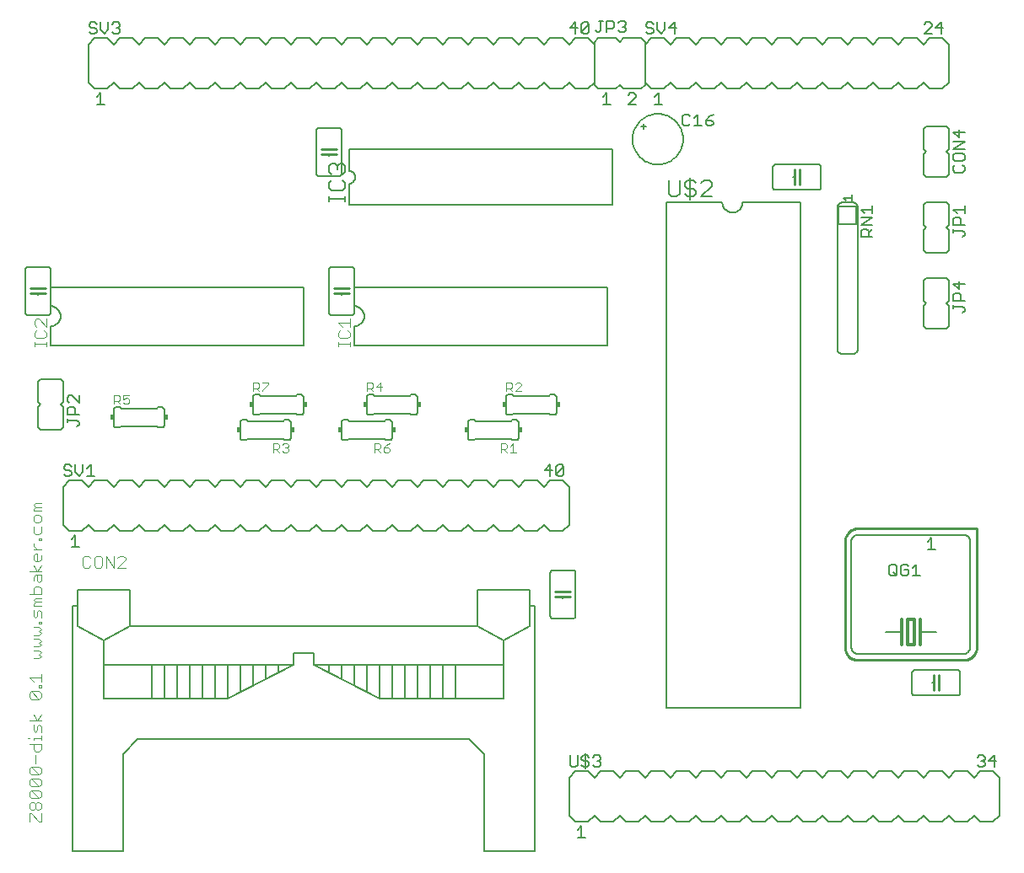
<source format=gto>
G75*
%MOIN*%
%OFA0B0*%
%FSLAX24Y24*%
%IPPOS*%
%LPD*%
%AMOC8*
5,1,8,0,0,1.08239X$1,22.5*
%
%ADD10C,0.0040*%
%ADD11C,0.0060*%
%ADD12C,0.0050*%
%ADD13C,0.0100*%
%ADD14C,0.0080*%
%ADD15R,0.0150X0.0200*%
%ADD16C,0.0120*%
%ADD17C,0.0070*%
D10*
X001350Y003700D02*
X001350Y004007D01*
X001426Y004007D01*
X001733Y003700D01*
X001810Y003700D01*
X001810Y004007D01*
X001733Y004160D02*
X001657Y004160D01*
X001580Y004237D01*
X001580Y004391D01*
X001657Y004467D01*
X001733Y004467D01*
X001810Y004391D01*
X001810Y004237D01*
X001733Y004160D01*
X001580Y004237D02*
X001503Y004160D01*
X001426Y004160D01*
X001350Y004237D01*
X001350Y004391D01*
X001426Y004467D01*
X001503Y004467D01*
X001580Y004391D01*
X001733Y004621D02*
X001426Y004621D01*
X001350Y004698D01*
X001350Y004851D01*
X001426Y004928D01*
X001733Y004621D01*
X001810Y004698D01*
X001810Y004851D01*
X001733Y004928D01*
X001426Y004928D01*
X001426Y005081D02*
X001350Y005158D01*
X001350Y005311D01*
X001426Y005388D01*
X001733Y005081D01*
X001810Y005158D01*
X001810Y005311D01*
X001733Y005388D01*
X001426Y005388D01*
X001426Y005542D02*
X001350Y005618D01*
X001350Y005772D01*
X001426Y005848D01*
X001733Y005542D01*
X001810Y005618D01*
X001810Y005772D01*
X001733Y005848D01*
X001426Y005848D01*
X001580Y006002D02*
X001580Y006309D01*
X001580Y006462D02*
X001503Y006539D01*
X001503Y006769D01*
X001350Y006769D02*
X001810Y006769D01*
X001810Y006539D01*
X001733Y006462D01*
X001580Y006462D01*
X001503Y006923D02*
X001503Y006999D01*
X001810Y006999D01*
X001810Y006923D02*
X001810Y007076D01*
X001810Y007230D02*
X001810Y007460D01*
X001733Y007537D01*
X001657Y007460D01*
X001657Y007306D01*
X001580Y007230D01*
X001503Y007306D01*
X001503Y007537D01*
X001350Y007690D02*
X001810Y007690D01*
X001657Y007690D02*
X001503Y007920D01*
X001657Y007690D02*
X001810Y007920D01*
X001733Y008534D02*
X001426Y008534D01*
X001350Y008611D01*
X001350Y008764D01*
X001426Y008841D01*
X001733Y008534D01*
X001810Y008611D01*
X001810Y008764D01*
X001733Y008841D01*
X001426Y008841D01*
X001733Y008995D02*
X001733Y009071D01*
X001810Y009071D01*
X001810Y008995D01*
X001733Y008995D01*
X001810Y009225D02*
X001810Y009532D01*
X001810Y009378D02*
X001350Y009378D01*
X001503Y009225D01*
X001503Y010145D02*
X001733Y010145D01*
X001810Y010222D01*
X001733Y010299D01*
X001810Y010376D01*
X001733Y010452D01*
X001503Y010452D01*
X001503Y010606D02*
X001733Y010606D01*
X001810Y010683D01*
X001733Y010759D01*
X001810Y010836D01*
X001733Y010913D01*
X001503Y010913D01*
X001503Y011066D02*
X001733Y011066D01*
X001810Y011143D01*
X001733Y011220D01*
X001810Y011296D01*
X001733Y011373D01*
X001503Y011373D01*
X001733Y011527D02*
X001733Y011603D01*
X001810Y011603D01*
X001810Y011527D01*
X001733Y011527D01*
X001810Y011757D02*
X001810Y011987D01*
X001733Y012064D01*
X001657Y011987D01*
X001657Y011834D01*
X001580Y011757D01*
X001503Y011834D01*
X001503Y012064D01*
X001503Y012217D02*
X001503Y012294D01*
X001580Y012371D01*
X001503Y012447D01*
X001580Y012524D01*
X001810Y012524D01*
X001810Y012371D02*
X001580Y012371D01*
X001503Y012217D02*
X001810Y012217D01*
X001810Y012678D02*
X001350Y012678D01*
X001503Y012678D02*
X001503Y012908D01*
X001580Y012985D01*
X001733Y012985D01*
X001810Y012908D01*
X001810Y012678D01*
X001733Y013138D02*
X001657Y013215D01*
X001657Y013445D01*
X001580Y013445D02*
X001810Y013445D01*
X001810Y013215D01*
X001733Y013138D01*
X001503Y013215D02*
X001503Y013368D01*
X001580Y013445D01*
X001657Y013598D02*
X001503Y013829D01*
X001580Y013982D02*
X001503Y014059D01*
X001503Y014212D01*
X001580Y014289D01*
X001657Y014289D01*
X001657Y013982D01*
X001733Y013982D02*
X001580Y013982D01*
X001733Y013982D02*
X001810Y014059D01*
X001810Y014212D01*
X001810Y014442D02*
X001503Y014442D01*
X001657Y014442D02*
X001503Y014596D01*
X001503Y014673D01*
X001733Y014826D02*
X001733Y014903D01*
X001810Y014903D01*
X001810Y014826D01*
X001733Y014826D01*
X001733Y015056D02*
X001580Y015056D01*
X001503Y015133D01*
X001503Y015363D01*
X001580Y015517D02*
X001733Y015517D01*
X001810Y015593D01*
X001810Y015747D01*
X001733Y015824D01*
X001580Y015824D01*
X001503Y015747D01*
X001503Y015593D01*
X001580Y015517D01*
X001810Y015363D02*
X001810Y015133D01*
X001733Y015056D01*
X001810Y015977D02*
X001503Y015977D01*
X001503Y016054D01*
X001580Y016131D01*
X001503Y016207D01*
X001580Y016284D01*
X001810Y016284D01*
X001810Y016131D02*
X001580Y016131D01*
X003527Y014198D02*
X003450Y014121D01*
X003450Y013814D01*
X003527Y013737D01*
X003680Y013737D01*
X003757Y013814D01*
X003910Y013814D02*
X003987Y013737D01*
X004141Y013737D01*
X004217Y013814D01*
X004217Y014121D01*
X004141Y014198D01*
X003987Y014198D01*
X003910Y014121D01*
X003910Y013814D01*
X003757Y014121D02*
X003680Y014198D01*
X003527Y014198D01*
X004371Y014198D02*
X004371Y013737D01*
X004678Y013737D02*
X004678Y014198D01*
X004831Y014121D02*
X004908Y014198D01*
X005061Y014198D01*
X005138Y014121D01*
X005138Y014044D01*
X004831Y013737D01*
X005138Y013737D01*
X004678Y013737D02*
X004371Y014198D01*
X001810Y013829D02*
X001657Y013598D01*
X001810Y013598D02*
X001350Y013598D01*
X001273Y006999D02*
X001350Y006999D01*
X001426Y005542D02*
X001733Y005542D01*
X001733Y005081D02*
X001426Y005081D01*
X010982Y018300D02*
X010982Y018650D01*
X011157Y018650D01*
X011215Y018592D01*
X011215Y018475D01*
X011157Y018417D01*
X010982Y018417D01*
X011099Y018417D02*
X011215Y018300D01*
X011341Y018358D02*
X011399Y018300D01*
X011516Y018300D01*
X011574Y018358D01*
X011574Y018417D01*
X011516Y018475D01*
X011458Y018475D01*
X011516Y018475D02*
X011574Y018534D01*
X011574Y018592D01*
X011516Y018650D01*
X011399Y018650D01*
X011341Y018592D01*
X010559Y020710D02*
X010559Y020768D01*
X010793Y021002D01*
X010793Y021060D01*
X010559Y021060D01*
X010434Y021002D02*
X010434Y020885D01*
X010375Y020827D01*
X010200Y020827D01*
X010317Y020827D02*
X010434Y020710D01*
X010200Y020710D02*
X010200Y021060D01*
X010375Y021060D01*
X010434Y021002D01*
X013550Y022500D02*
X013550Y022653D01*
X013550Y022577D02*
X014010Y022577D01*
X014010Y022653D02*
X014010Y022500D01*
X013933Y022807D02*
X013626Y022807D01*
X013550Y022884D01*
X013550Y023037D01*
X013626Y023114D01*
X013703Y023267D02*
X013550Y023421D01*
X014010Y023421D01*
X014010Y023574D02*
X014010Y023267D01*
X013933Y023114D02*
X014010Y023037D01*
X014010Y022884D01*
X013933Y022807D01*
X014700Y021060D02*
X014875Y021060D01*
X014934Y021002D01*
X014934Y020885D01*
X014875Y020827D01*
X014700Y020827D01*
X014817Y020827D02*
X014934Y020710D01*
X015059Y020885D02*
X015293Y020885D01*
X015234Y020710D02*
X015234Y021060D01*
X015059Y020885D01*
X014700Y020710D02*
X014700Y021060D01*
X014982Y018650D02*
X015157Y018650D01*
X015215Y018592D01*
X015215Y018475D01*
X015157Y018417D01*
X014982Y018417D01*
X015099Y018417D02*
X015215Y018300D01*
X015341Y018358D02*
X015399Y018300D01*
X015516Y018300D01*
X015574Y018358D01*
X015574Y018417D01*
X015516Y018475D01*
X015341Y018475D01*
X015341Y018358D01*
X015341Y018475D02*
X015458Y018592D01*
X015574Y018650D01*
X014982Y018650D02*
X014982Y018300D01*
X019982Y018300D02*
X019982Y018650D01*
X020157Y018650D01*
X020215Y018592D01*
X020215Y018475D01*
X020157Y018417D01*
X019982Y018417D01*
X020099Y018417D02*
X020215Y018300D01*
X020341Y018300D02*
X020574Y018300D01*
X020458Y018300D02*
X020458Y018650D01*
X020341Y018534D01*
X020434Y020710D02*
X020317Y020827D01*
X020375Y020827D02*
X020200Y020827D01*
X020200Y020710D02*
X020200Y021060D01*
X020375Y021060D01*
X020434Y021002D01*
X020434Y020885D01*
X020375Y020827D01*
X020559Y020710D02*
X020793Y020944D01*
X020793Y021002D01*
X020734Y021060D01*
X020617Y021060D01*
X020559Y021002D01*
X020559Y020710D02*
X020793Y020710D01*
X005293Y020560D02*
X005059Y020560D01*
X005059Y020385D01*
X005176Y020444D01*
X005234Y020444D01*
X005293Y020385D01*
X005293Y020268D01*
X005234Y020210D01*
X005117Y020210D01*
X005059Y020268D01*
X004934Y020210D02*
X004817Y020327D01*
X004875Y020327D02*
X004700Y020327D01*
X004700Y020210D02*
X004700Y020560D01*
X004875Y020560D01*
X004934Y020502D01*
X004934Y020385D01*
X004875Y020327D01*
X002010Y022500D02*
X002010Y022653D01*
X002010Y022577D02*
X001550Y022577D01*
X001550Y022653D02*
X001550Y022500D01*
X001626Y022807D02*
X001933Y022807D01*
X002010Y022884D01*
X002010Y023037D01*
X001933Y023114D01*
X002010Y023267D02*
X001703Y023574D01*
X001626Y023574D01*
X001550Y023498D01*
X001550Y023344D01*
X001626Y023267D01*
X001626Y023114D02*
X001550Y023037D01*
X001550Y022884D01*
X001626Y022807D01*
X002010Y023267D02*
X002010Y023574D01*
D11*
X002080Y023730D02*
X001280Y023730D01*
X001263Y023732D01*
X001246Y023736D01*
X001230Y023743D01*
X001216Y023753D01*
X001203Y023766D01*
X001193Y023780D01*
X001186Y023796D01*
X001182Y023813D01*
X001180Y023830D01*
X001180Y025530D01*
X001182Y025547D01*
X001186Y025564D01*
X001193Y025580D01*
X001203Y025594D01*
X001216Y025607D01*
X001230Y025617D01*
X001246Y025624D01*
X001263Y025628D01*
X001280Y025630D01*
X002080Y025630D01*
X002097Y025628D01*
X002114Y025624D01*
X002130Y025617D01*
X002144Y025607D01*
X002157Y025594D01*
X002167Y025580D01*
X002174Y025564D01*
X002178Y025547D01*
X002180Y025530D01*
X002180Y023830D01*
X002178Y023813D01*
X002174Y023796D01*
X002167Y023780D01*
X002157Y023766D01*
X002144Y023753D01*
X002130Y023743D01*
X002114Y023736D01*
X002097Y023732D01*
X002080Y023730D01*
X002180Y024080D02*
X002219Y024078D01*
X002258Y024072D01*
X002296Y024063D01*
X002333Y024050D01*
X002369Y024033D01*
X002402Y024013D01*
X002434Y023989D01*
X002463Y023963D01*
X002489Y023934D01*
X002513Y023902D01*
X002533Y023869D01*
X002550Y023833D01*
X002563Y023796D01*
X002572Y023758D01*
X002578Y023719D01*
X002580Y023680D01*
X002578Y023641D01*
X002572Y023602D01*
X002563Y023564D01*
X002550Y023527D01*
X002533Y023491D01*
X002513Y023458D01*
X002489Y023426D01*
X002463Y023397D01*
X002434Y023371D01*
X002402Y023347D01*
X002369Y023327D01*
X002333Y023310D01*
X002296Y023297D01*
X002258Y023288D01*
X002219Y023282D01*
X002180Y023280D01*
X002180Y022530D01*
X012180Y022530D01*
X012180Y024830D01*
X002180Y024830D01*
X002180Y024080D01*
X001680Y024530D02*
X001680Y024580D01*
X001680Y024780D02*
X001680Y024830D01*
X001780Y021180D02*
X001680Y021080D01*
X001680Y020280D01*
X001780Y020180D01*
X001680Y020080D01*
X001680Y019280D01*
X001780Y019180D01*
X002580Y019180D01*
X002680Y019280D01*
X002680Y020080D01*
X002580Y020180D01*
X002680Y020280D01*
X002680Y021080D01*
X002580Y021180D01*
X001780Y021180D01*
X004680Y019980D02*
X004680Y019380D01*
X004682Y019363D01*
X004686Y019346D01*
X004693Y019330D01*
X004703Y019316D01*
X004716Y019303D01*
X004730Y019293D01*
X004746Y019286D01*
X004763Y019282D01*
X004780Y019280D01*
X004930Y019280D01*
X004980Y019330D01*
X006380Y019330D01*
X006430Y019280D01*
X006580Y019280D01*
X006597Y019282D01*
X006614Y019286D01*
X006630Y019293D01*
X006644Y019303D01*
X006657Y019316D01*
X006667Y019330D01*
X006674Y019346D01*
X006678Y019363D01*
X006680Y019380D01*
X006680Y019980D01*
X006678Y019997D01*
X006674Y020014D01*
X006667Y020030D01*
X006657Y020044D01*
X006644Y020057D01*
X006630Y020067D01*
X006614Y020074D01*
X006597Y020078D01*
X006580Y020080D01*
X006430Y020080D01*
X006380Y020030D01*
X004980Y020030D01*
X004930Y020080D01*
X004780Y020080D01*
X004763Y020078D01*
X004746Y020074D01*
X004730Y020067D01*
X004716Y020057D01*
X004703Y020044D01*
X004693Y020030D01*
X004686Y020014D01*
X004682Y019997D01*
X004680Y019980D01*
X004430Y017180D02*
X003930Y017180D01*
X003680Y016930D01*
X003430Y017180D01*
X002930Y017180D01*
X002680Y016930D01*
X002680Y015430D01*
X002930Y015180D01*
X003430Y015180D01*
X003680Y015430D01*
X003930Y015180D01*
X004430Y015180D01*
X004680Y015430D01*
X004930Y015180D01*
X005430Y015180D01*
X005680Y015430D01*
X005930Y015180D01*
X006430Y015180D01*
X006680Y015430D01*
X006930Y015180D01*
X007430Y015180D01*
X007680Y015430D01*
X007930Y015180D01*
X008430Y015180D01*
X008680Y015430D01*
X008930Y015180D01*
X009430Y015180D01*
X009680Y015430D01*
X009930Y015180D01*
X010430Y015180D01*
X010680Y015430D01*
X010930Y015180D01*
X011430Y015180D01*
X011680Y015430D01*
X011930Y015180D01*
X012430Y015180D01*
X012680Y015430D01*
X012930Y015180D01*
X013430Y015180D01*
X013680Y015430D01*
X013930Y015180D01*
X014430Y015180D01*
X014680Y015430D01*
X014930Y015180D01*
X015430Y015180D01*
X015680Y015430D01*
X015930Y015180D01*
X016430Y015180D01*
X016680Y015430D01*
X016930Y015180D01*
X017430Y015180D01*
X017680Y015430D01*
X017930Y015180D01*
X018430Y015180D01*
X018680Y015430D01*
X018930Y015180D01*
X019430Y015180D01*
X019680Y015430D01*
X019930Y015180D01*
X020430Y015180D01*
X020680Y015430D01*
X020930Y015180D01*
X021430Y015180D01*
X021680Y015430D01*
X021930Y015180D01*
X022430Y015180D01*
X022680Y015430D01*
X022680Y016930D01*
X022430Y017180D01*
X021930Y017180D01*
X021680Y016930D01*
X021430Y017180D01*
X020930Y017180D01*
X020680Y016930D01*
X020430Y017180D01*
X019930Y017180D01*
X019680Y016930D01*
X019430Y017180D01*
X018930Y017180D01*
X018680Y016930D01*
X018430Y017180D01*
X017930Y017180D01*
X017680Y016930D01*
X017430Y017180D01*
X016930Y017180D01*
X016680Y016930D01*
X016430Y017180D01*
X015930Y017180D01*
X015680Y016930D01*
X015430Y017180D01*
X014930Y017180D01*
X014680Y016930D01*
X014430Y017180D01*
X013930Y017180D01*
X013680Y016930D01*
X013430Y017180D01*
X012930Y017180D01*
X012680Y016930D01*
X012430Y017180D01*
X011930Y017180D01*
X011680Y016930D01*
X011430Y017180D01*
X010930Y017180D01*
X010680Y016930D01*
X010430Y017180D01*
X009930Y017180D01*
X009680Y016930D01*
X009430Y017180D01*
X008930Y017180D01*
X008680Y016930D01*
X008430Y017180D01*
X007930Y017180D01*
X007680Y016930D01*
X007430Y017180D01*
X006930Y017180D01*
X006680Y016930D01*
X006430Y017180D01*
X005930Y017180D01*
X005680Y016930D01*
X005430Y017180D01*
X004930Y017180D01*
X004680Y016930D01*
X004430Y017180D01*
X009680Y018880D02*
X009680Y019480D01*
X009682Y019497D01*
X009686Y019514D01*
X009693Y019530D01*
X009703Y019544D01*
X009716Y019557D01*
X009730Y019567D01*
X009746Y019574D01*
X009763Y019578D01*
X009780Y019580D01*
X009930Y019580D01*
X009980Y019530D01*
X011380Y019530D01*
X011430Y019580D01*
X011580Y019580D01*
X011597Y019578D01*
X011614Y019574D01*
X011630Y019567D01*
X011644Y019557D01*
X011657Y019544D01*
X011667Y019530D01*
X011674Y019514D01*
X011678Y019497D01*
X011680Y019480D01*
X011680Y018880D01*
X011678Y018863D01*
X011674Y018846D01*
X011667Y018830D01*
X011657Y018816D01*
X011644Y018803D01*
X011630Y018793D01*
X011614Y018786D01*
X011597Y018782D01*
X011580Y018780D01*
X011430Y018780D01*
X011380Y018830D01*
X009980Y018830D01*
X009930Y018780D01*
X009780Y018780D01*
X009763Y018782D01*
X009746Y018786D01*
X009730Y018793D01*
X009716Y018803D01*
X009703Y018816D01*
X009693Y018830D01*
X009686Y018846D01*
X009682Y018863D01*
X009680Y018880D01*
X010280Y019780D02*
X010430Y019780D01*
X010480Y019830D01*
X011880Y019830D01*
X011930Y019780D01*
X012080Y019780D01*
X012097Y019782D01*
X012114Y019786D01*
X012130Y019793D01*
X012144Y019803D01*
X012157Y019816D01*
X012167Y019830D01*
X012174Y019846D01*
X012178Y019863D01*
X012180Y019880D01*
X012180Y020480D01*
X012178Y020497D01*
X012174Y020514D01*
X012167Y020530D01*
X012157Y020544D01*
X012144Y020557D01*
X012130Y020567D01*
X012114Y020574D01*
X012097Y020578D01*
X012080Y020580D01*
X011930Y020580D01*
X011880Y020530D01*
X010480Y020530D01*
X010430Y020580D01*
X010280Y020580D01*
X010263Y020578D01*
X010246Y020574D01*
X010230Y020567D01*
X010216Y020557D01*
X010203Y020544D01*
X010193Y020530D01*
X010186Y020514D01*
X010182Y020497D01*
X010180Y020480D01*
X010180Y019880D01*
X010182Y019863D01*
X010186Y019846D01*
X010193Y019830D01*
X010203Y019816D01*
X010216Y019803D01*
X010230Y019793D01*
X010246Y019786D01*
X010263Y019782D01*
X010280Y019780D01*
X013680Y019480D02*
X013680Y018880D01*
X013682Y018863D01*
X013686Y018846D01*
X013693Y018830D01*
X013703Y018816D01*
X013716Y018803D01*
X013730Y018793D01*
X013746Y018786D01*
X013763Y018782D01*
X013780Y018780D01*
X013930Y018780D01*
X013980Y018830D01*
X015380Y018830D01*
X015430Y018780D01*
X015580Y018780D01*
X015597Y018782D01*
X015614Y018786D01*
X015630Y018793D01*
X015644Y018803D01*
X015657Y018816D01*
X015667Y018830D01*
X015674Y018846D01*
X015678Y018863D01*
X015680Y018880D01*
X015680Y019480D01*
X015678Y019497D01*
X015674Y019514D01*
X015667Y019530D01*
X015657Y019544D01*
X015644Y019557D01*
X015630Y019567D01*
X015614Y019574D01*
X015597Y019578D01*
X015580Y019580D01*
X015430Y019580D01*
X015380Y019530D01*
X013980Y019530D01*
X013930Y019580D01*
X013780Y019580D01*
X013763Y019578D01*
X013746Y019574D01*
X013730Y019567D01*
X013716Y019557D01*
X013703Y019544D01*
X013693Y019530D01*
X013686Y019514D01*
X013682Y019497D01*
X013680Y019480D01*
X014680Y019880D02*
X014680Y020480D01*
X014682Y020497D01*
X014686Y020514D01*
X014693Y020530D01*
X014703Y020544D01*
X014716Y020557D01*
X014730Y020567D01*
X014746Y020574D01*
X014763Y020578D01*
X014780Y020580D01*
X014930Y020580D01*
X014980Y020530D01*
X016380Y020530D01*
X016430Y020580D01*
X016580Y020580D01*
X016597Y020578D01*
X016614Y020574D01*
X016630Y020567D01*
X016644Y020557D01*
X016657Y020544D01*
X016667Y020530D01*
X016674Y020514D01*
X016678Y020497D01*
X016680Y020480D01*
X016680Y019880D01*
X016678Y019863D01*
X016674Y019846D01*
X016667Y019830D01*
X016657Y019816D01*
X016644Y019803D01*
X016630Y019793D01*
X016614Y019786D01*
X016597Y019782D01*
X016580Y019780D01*
X016430Y019780D01*
X016380Y019830D01*
X014980Y019830D01*
X014930Y019780D01*
X014780Y019780D01*
X014763Y019782D01*
X014746Y019786D01*
X014730Y019793D01*
X014716Y019803D01*
X014703Y019816D01*
X014693Y019830D01*
X014686Y019846D01*
X014682Y019863D01*
X014680Y019880D01*
X014180Y022530D02*
X014180Y023280D01*
X014219Y023282D01*
X014258Y023288D01*
X014296Y023297D01*
X014333Y023310D01*
X014369Y023327D01*
X014402Y023347D01*
X014434Y023371D01*
X014463Y023397D01*
X014489Y023426D01*
X014513Y023458D01*
X014533Y023491D01*
X014550Y023527D01*
X014563Y023564D01*
X014572Y023602D01*
X014578Y023641D01*
X014580Y023680D01*
X014578Y023719D01*
X014572Y023758D01*
X014563Y023796D01*
X014550Y023833D01*
X014533Y023869D01*
X014513Y023902D01*
X014489Y023934D01*
X014463Y023963D01*
X014434Y023989D01*
X014402Y024013D01*
X014369Y024033D01*
X014333Y024050D01*
X014296Y024063D01*
X014258Y024072D01*
X014219Y024078D01*
X014180Y024080D01*
X014180Y024830D01*
X024180Y024830D01*
X024180Y022530D01*
X014180Y022530D01*
X014080Y023730D02*
X013280Y023730D01*
X013263Y023732D01*
X013246Y023736D01*
X013230Y023743D01*
X013216Y023753D01*
X013203Y023766D01*
X013193Y023780D01*
X013186Y023796D01*
X013182Y023813D01*
X013180Y023830D01*
X013180Y025530D01*
X013182Y025547D01*
X013186Y025564D01*
X013193Y025580D01*
X013203Y025594D01*
X013216Y025607D01*
X013230Y025617D01*
X013246Y025624D01*
X013263Y025628D01*
X013280Y025630D01*
X014080Y025630D01*
X014097Y025628D01*
X014114Y025624D01*
X014130Y025617D01*
X014144Y025607D01*
X014157Y025594D01*
X014167Y025580D01*
X014174Y025564D01*
X014178Y025547D01*
X014180Y025530D01*
X014180Y023830D01*
X014178Y023813D01*
X014174Y023796D01*
X014167Y023780D01*
X014157Y023766D01*
X014144Y023753D01*
X014130Y023743D01*
X014114Y023736D01*
X014097Y023732D01*
X014080Y023730D01*
X013680Y024530D02*
X013680Y024580D01*
X013680Y024780D02*
X013680Y024830D01*
X013980Y028080D02*
X024380Y028080D01*
X024380Y030280D01*
X013980Y030280D01*
X013980Y029430D01*
X014010Y029428D01*
X014040Y029423D01*
X014069Y029414D01*
X014096Y029401D01*
X014122Y029386D01*
X014146Y029367D01*
X014167Y029346D01*
X014186Y029322D01*
X014201Y029296D01*
X014214Y029269D01*
X014223Y029240D01*
X014228Y029210D01*
X014230Y029180D01*
X014228Y029150D01*
X014223Y029120D01*
X014214Y029091D01*
X014201Y029064D01*
X014186Y029038D01*
X014167Y029014D01*
X014146Y028993D01*
X014122Y028974D01*
X014096Y028959D01*
X014069Y028946D01*
X014040Y028937D01*
X014010Y028932D01*
X013980Y028930D01*
X013980Y028080D01*
X013580Y029230D02*
X012780Y029230D01*
X012763Y029232D01*
X012746Y029236D01*
X012730Y029243D01*
X012716Y029253D01*
X012703Y029266D01*
X012693Y029280D01*
X012686Y029296D01*
X012682Y029313D01*
X012680Y029330D01*
X012680Y031030D01*
X012682Y031047D01*
X012686Y031064D01*
X012693Y031080D01*
X012703Y031094D01*
X012716Y031107D01*
X012730Y031117D01*
X012746Y031124D01*
X012763Y031128D01*
X012780Y031130D01*
X013580Y031130D01*
X013597Y031128D01*
X013614Y031124D01*
X013630Y031117D01*
X013644Y031107D01*
X013657Y031094D01*
X013667Y031080D01*
X013674Y031064D01*
X013678Y031047D01*
X013680Y031030D01*
X013680Y029330D01*
X013678Y029313D01*
X013674Y029296D01*
X013667Y029280D01*
X013657Y029266D01*
X013644Y029253D01*
X013630Y029243D01*
X013614Y029236D01*
X013597Y029232D01*
X013580Y029230D01*
X013180Y030030D02*
X013180Y030080D01*
X013180Y030280D02*
X013180Y030330D01*
X012930Y032680D02*
X012680Y032930D01*
X012430Y032680D01*
X011930Y032680D01*
X011680Y032930D01*
X011430Y032680D01*
X010930Y032680D01*
X010680Y032930D01*
X010430Y032680D01*
X009930Y032680D01*
X009680Y032930D01*
X009430Y032680D01*
X008930Y032680D01*
X008680Y032930D01*
X008430Y032680D01*
X007930Y032680D01*
X007680Y032930D01*
X007430Y032680D01*
X006930Y032680D01*
X006680Y032930D01*
X006430Y032680D01*
X005930Y032680D01*
X005680Y032930D01*
X005430Y032680D01*
X004930Y032680D01*
X004680Y032930D01*
X004430Y032680D01*
X003930Y032680D01*
X003680Y032930D01*
X003680Y034430D01*
X003930Y034680D01*
X004430Y034680D01*
X004680Y034430D01*
X004930Y034680D01*
X005430Y034680D01*
X005680Y034430D01*
X005930Y034680D01*
X006430Y034680D01*
X006680Y034430D01*
X006930Y034680D01*
X007430Y034680D01*
X007680Y034430D01*
X007930Y034680D01*
X008430Y034680D01*
X008680Y034430D01*
X008930Y034680D01*
X009430Y034680D01*
X009680Y034430D01*
X009930Y034680D01*
X010430Y034680D01*
X010680Y034430D01*
X010930Y034680D01*
X011430Y034680D01*
X011680Y034430D01*
X011930Y034680D01*
X012430Y034680D01*
X012680Y034430D01*
X012930Y034680D01*
X013430Y034680D01*
X013680Y034430D01*
X013930Y034680D01*
X014430Y034680D01*
X014680Y034430D01*
X014930Y034680D01*
X015430Y034680D01*
X015680Y034430D01*
X015930Y034680D01*
X016430Y034680D01*
X016680Y034430D01*
X016930Y034680D01*
X017430Y034680D01*
X017680Y034430D01*
X017930Y034680D01*
X018430Y034680D01*
X018680Y034430D01*
X018930Y034680D01*
X019430Y034680D01*
X019680Y034430D01*
X019930Y034680D01*
X020430Y034680D01*
X020680Y034430D01*
X020930Y034680D01*
X021430Y034680D01*
X021680Y034430D01*
X021930Y034680D01*
X022430Y034680D01*
X022680Y034430D01*
X022930Y034680D01*
X023430Y034680D01*
X023680Y034430D01*
X023680Y032930D01*
X023430Y032680D01*
X022930Y032680D01*
X022680Y032930D01*
X022430Y032680D01*
X021930Y032680D01*
X021680Y032930D01*
X021430Y032680D01*
X020930Y032680D01*
X020680Y032930D01*
X020430Y032680D01*
X019930Y032680D01*
X019680Y032930D01*
X019430Y032680D01*
X018930Y032680D01*
X018680Y032930D01*
X018430Y032680D01*
X017930Y032680D01*
X017680Y032930D01*
X017430Y032680D01*
X016930Y032680D01*
X016680Y032930D01*
X016430Y032680D01*
X015930Y032680D01*
X015680Y032930D01*
X015430Y032680D01*
X014930Y032680D01*
X014680Y032930D01*
X014430Y032680D01*
X013930Y032680D01*
X013680Y032930D01*
X013430Y032680D01*
X012930Y032680D01*
X023680Y032830D02*
X023830Y032680D01*
X024530Y032680D01*
X024680Y032830D01*
X024830Y032680D01*
X025530Y032680D01*
X025680Y032830D01*
X025680Y034530D01*
X025530Y034680D01*
X024830Y034680D01*
X024680Y034530D01*
X024530Y034680D01*
X023830Y034680D01*
X023680Y034530D01*
X023680Y032830D01*
X025630Y031280D02*
X025630Y031180D01*
X025730Y031180D01*
X025630Y031180D02*
X025630Y031080D01*
X025630Y031180D02*
X025530Y031180D01*
X025180Y030680D02*
X025182Y030743D01*
X025188Y030805D01*
X025198Y030867D01*
X025211Y030929D01*
X025229Y030989D01*
X025250Y031048D01*
X025275Y031106D01*
X025304Y031162D01*
X025336Y031216D01*
X025371Y031268D01*
X025409Y031317D01*
X025451Y031365D01*
X025495Y031409D01*
X025543Y031451D01*
X025592Y031489D01*
X025644Y031524D01*
X025698Y031556D01*
X025754Y031585D01*
X025812Y031610D01*
X025871Y031631D01*
X025931Y031649D01*
X025993Y031662D01*
X026055Y031672D01*
X026117Y031678D01*
X026180Y031680D01*
X026243Y031678D01*
X026305Y031672D01*
X026367Y031662D01*
X026429Y031649D01*
X026489Y031631D01*
X026548Y031610D01*
X026606Y031585D01*
X026662Y031556D01*
X026716Y031524D01*
X026768Y031489D01*
X026817Y031451D01*
X026865Y031409D01*
X026909Y031365D01*
X026951Y031317D01*
X026989Y031268D01*
X027024Y031216D01*
X027056Y031162D01*
X027085Y031106D01*
X027110Y031048D01*
X027131Y030989D01*
X027149Y030929D01*
X027162Y030867D01*
X027172Y030805D01*
X027178Y030743D01*
X027180Y030680D01*
X027178Y030617D01*
X027172Y030555D01*
X027162Y030493D01*
X027149Y030431D01*
X027131Y030371D01*
X027110Y030312D01*
X027085Y030254D01*
X027056Y030198D01*
X027024Y030144D01*
X026989Y030092D01*
X026951Y030043D01*
X026909Y029995D01*
X026865Y029951D01*
X026817Y029909D01*
X026768Y029871D01*
X026716Y029836D01*
X026662Y029804D01*
X026606Y029775D01*
X026548Y029750D01*
X026489Y029729D01*
X026429Y029711D01*
X026367Y029698D01*
X026305Y029688D01*
X026243Y029682D01*
X026180Y029680D01*
X026117Y029682D01*
X026055Y029688D01*
X025993Y029698D01*
X025931Y029711D01*
X025871Y029729D01*
X025812Y029750D01*
X025754Y029775D01*
X025698Y029804D01*
X025644Y029836D01*
X025592Y029871D01*
X025543Y029909D01*
X025495Y029951D01*
X025451Y029995D01*
X025409Y030043D01*
X025371Y030092D01*
X025336Y030144D01*
X025304Y030198D01*
X025275Y030254D01*
X025250Y030312D01*
X025229Y030371D01*
X025211Y030431D01*
X025198Y030493D01*
X025188Y030555D01*
X025182Y030617D01*
X025180Y030680D01*
X025930Y032680D02*
X026430Y032680D01*
X026680Y032930D01*
X026930Y032680D01*
X027430Y032680D01*
X027680Y032930D01*
X027930Y032680D01*
X028430Y032680D01*
X028680Y032930D01*
X028930Y032680D01*
X029430Y032680D01*
X029680Y032930D01*
X029930Y032680D01*
X030430Y032680D01*
X030680Y032930D01*
X030930Y032680D01*
X031430Y032680D01*
X031680Y032930D01*
X031930Y032680D01*
X032430Y032680D01*
X032680Y032930D01*
X032930Y032680D01*
X033430Y032680D01*
X033680Y032930D01*
X033930Y032680D01*
X034430Y032680D01*
X034680Y032930D01*
X034930Y032680D01*
X035430Y032680D01*
X035680Y032930D01*
X035930Y032680D01*
X036430Y032680D01*
X036680Y032930D01*
X036930Y032680D01*
X037430Y032680D01*
X037680Y032930D01*
X037680Y034430D01*
X037430Y034680D01*
X036930Y034680D01*
X036680Y034430D01*
X036430Y034680D01*
X035930Y034680D01*
X035680Y034430D01*
X035430Y034680D01*
X034930Y034680D01*
X034680Y034430D01*
X034430Y034680D01*
X033930Y034680D01*
X033680Y034430D01*
X033430Y034680D01*
X032930Y034680D01*
X032680Y034430D01*
X032430Y034680D01*
X031930Y034680D01*
X031680Y034430D01*
X031430Y034680D01*
X030930Y034680D01*
X030680Y034430D01*
X030430Y034680D01*
X029930Y034680D01*
X029680Y034430D01*
X029430Y034680D01*
X028930Y034680D01*
X028680Y034430D01*
X028430Y034680D01*
X027930Y034680D01*
X027680Y034430D01*
X027430Y034680D01*
X026930Y034680D01*
X026680Y034430D01*
X026430Y034680D01*
X025930Y034680D01*
X025680Y034430D01*
X025680Y032930D01*
X025930Y032680D01*
X027468Y029157D02*
X027468Y028303D01*
X027361Y028410D02*
X027255Y028517D01*
X027361Y028410D02*
X027575Y028410D01*
X027682Y028517D01*
X027682Y028624D01*
X027575Y028730D01*
X027361Y028730D01*
X027255Y028837D01*
X027255Y028944D01*
X027361Y029051D01*
X027575Y029051D01*
X027682Y028944D01*
X027899Y028944D02*
X028006Y029051D01*
X028219Y029051D01*
X028326Y028944D01*
X028326Y028837D01*
X027899Y028410D01*
X028326Y028410D01*
X028730Y028180D02*
X026530Y028180D01*
X026530Y008180D01*
X031830Y008180D01*
X031830Y028180D01*
X029530Y028180D01*
X029528Y028141D01*
X029522Y028102D01*
X029513Y028064D01*
X029500Y028027D01*
X029483Y027991D01*
X029463Y027958D01*
X029439Y027926D01*
X029413Y027897D01*
X029384Y027871D01*
X029352Y027847D01*
X029319Y027827D01*
X029283Y027810D01*
X029246Y027797D01*
X029208Y027788D01*
X029169Y027782D01*
X029130Y027780D01*
X029091Y027782D01*
X029052Y027788D01*
X029014Y027797D01*
X028977Y027810D01*
X028941Y027827D01*
X028908Y027847D01*
X028876Y027871D01*
X028847Y027897D01*
X028821Y027926D01*
X028797Y027958D01*
X028777Y027991D01*
X028760Y028027D01*
X028747Y028064D01*
X028738Y028102D01*
X028732Y028141D01*
X028730Y028180D01*
X027037Y028517D02*
X027037Y029051D01*
X026610Y029051D02*
X026610Y028517D01*
X026717Y028410D01*
X026930Y028410D01*
X027037Y028517D01*
X030730Y028780D02*
X030730Y029580D01*
X030732Y029597D01*
X030736Y029614D01*
X030743Y029630D01*
X030753Y029644D01*
X030766Y029657D01*
X030780Y029667D01*
X030796Y029674D01*
X030813Y029678D01*
X030830Y029680D01*
X032530Y029680D01*
X032547Y029678D01*
X032564Y029674D01*
X032580Y029667D01*
X032594Y029657D01*
X032607Y029644D01*
X032617Y029630D01*
X032624Y029614D01*
X032628Y029597D01*
X032630Y029580D01*
X032630Y028780D01*
X032628Y028763D01*
X032624Y028746D01*
X032617Y028730D01*
X032607Y028716D01*
X032594Y028703D01*
X032580Y028693D01*
X032564Y028686D01*
X032547Y028682D01*
X032530Y028680D01*
X030830Y028680D01*
X030813Y028682D01*
X030796Y028686D01*
X030780Y028693D01*
X030766Y028703D01*
X030753Y028716D01*
X030743Y028730D01*
X030736Y028746D01*
X030732Y028763D01*
X030730Y028780D01*
X031530Y029180D02*
X031580Y029180D01*
X031780Y029180D02*
X031830Y029180D01*
X033280Y027980D02*
X033280Y022380D01*
X033282Y022354D01*
X033287Y022328D01*
X033295Y022303D01*
X033307Y022280D01*
X033321Y022258D01*
X033339Y022239D01*
X033358Y022221D01*
X033380Y022207D01*
X033403Y022195D01*
X033428Y022187D01*
X033454Y022182D01*
X033480Y022180D01*
X033880Y022180D01*
X033906Y022182D01*
X033932Y022187D01*
X033957Y022195D01*
X033980Y022207D01*
X034002Y022221D01*
X034021Y022239D01*
X034039Y022258D01*
X034053Y022280D01*
X034065Y022303D01*
X034073Y022328D01*
X034078Y022354D01*
X034080Y022380D01*
X034080Y027980D01*
X034030Y028030D02*
X034030Y027330D01*
X033330Y027330D01*
X033330Y028030D01*
X034030Y028030D01*
X034080Y027980D02*
X034078Y028006D01*
X034073Y028032D01*
X034065Y028057D01*
X034053Y028080D01*
X034039Y028102D01*
X034021Y028121D01*
X034002Y028139D01*
X033980Y028153D01*
X033957Y028165D01*
X033932Y028173D01*
X033906Y028178D01*
X033880Y028180D01*
X033480Y028180D01*
X033454Y028178D01*
X033428Y028173D01*
X033403Y028165D01*
X033380Y028153D01*
X033358Y028139D01*
X033339Y028121D01*
X033321Y028102D01*
X033307Y028080D01*
X033295Y028057D01*
X033287Y028032D01*
X033282Y028006D01*
X033280Y027980D01*
X036680Y028080D02*
X036680Y027280D01*
X036780Y027180D01*
X036680Y027080D01*
X036680Y026280D01*
X036780Y026180D01*
X037580Y026180D01*
X037680Y026280D01*
X037680Y027080D01*
X037580Y027180D01*
X037680Y027280D01*
X037680Y028080D01*
X037580Y028180D01*
X036780Y028180D01*
X036680Y028080D01*
X036780Y029180D02*
X037580Y029180D01*
X037680Y029280D01*
X037680Y030080D01*
X037580Y030180D01*
X037680Y030280D01*
X037680Y031080D01*
X037580Y031180D01*
X036780Y031180D01*
X036680Y031080D01*
X036680Y030280D01*
X036780Y030180D01*
X036680Y030080D01*
X036680Y029280D01*
X036780Y029180D01*
X036780Y025180D02*
X037580Y025180D01*
X037680Y025080D01*
X037680Y024280D01*
X037580Y024180D01*
X037680Y024080D01*
X037680Y023280D01*
X037580Y023180D01*
X036780Y023180D01*
X036680Y023280D01*
X036680Y024080D01*
X036780Y024180D01*
X036680Y024280D01*
X036680Y025080D01*
X036780Y025180D01*
X038280Y015030D02*
X034080Y015030D01*
X034050Y015028D01*
X034020Y015023D01*
X033991Y015014D01*
X033964Y015001D01*
X033938Y014986D01*
X033914Y014967D01*
X033893Y014946D01*
X033874Y014922D01*
X033859Y014896D01*
X033846Y014869D01*
X033837Y014840D01*
X033832Y014810D01*
X033830Y014780D01*
X033830Y010580D01*
X033832Y010550D01*
X033837Y010520D01*
X033846Y010491D01*
X033859Y010464D01*
X033874Y010438D01*
X033893Y010414D01*
X033914Y010393D01*
X033938Y010374D01*
X033964Y010359D01*
X033991Y010346D01*
X034020Y010337D01*
X034050Y010332D01*
X034080Y010330D01*
X038280Y010330D01*
X038310Y010332D01*
X038340Y010337D01*
X038369Y010346D01*
X038396Y010359D01*
X038422Y010374D01*
X038446Y010393D01*
X038467Y010414D01*
X038486Y010438D01*
X038501Y010464D01*
X038514Y010491D01*
X038523Y010520D01*
X038528Y010550D01*
X038530Y010580D01*
X038530Y014780D01*
X038528Y014810D01*
X038523Y014840D01*
X038514Y014869D01*
X038501Y014896D01*
X038486Y014922D01*
X038467Y014946D01*
X038446Y014967D01*
X038422Y014986D01*
X038396Y015001D01*
X038369Y015014D01*
X038340Y015023D01*
X038310Y015028D01*
X038280Y015030D01*
X037180Y011180D02*
X036550Y011180D01*
X035810Y011180D02*
X035180Y011180D01*
X036330Y009680D02*
X038030Y009680D01*
X038047Y009678D01*
X038064Y009674D01*
X038080Y009667D01*
X038094Y009657D01*
X038107Y009644D01*
X038117Y009630D01*
X038124Y009614D01*
X038128Y009597D01*
X038130Y009580D01*
X038130Y008780D01*
X038128Y008763D01*
X038124Y008746D01*
X038117Y008730D01*
X038107Y008716D01*
X038094Y008703D01*
X038080Y008693D01*
X038064Y008686D01*
X038047Y008682D01*
X038030Y008680D01*
X036330Y008680D01*
X036313Y008682D01*
X036296Y008686D01*
X036280Y008693D01*
X036266Y008703D01*
X036253Y008716D01*
X036243Y008730D01*
X036236Y008746D01*
X036232Y008763D01*
X036230Y008780D01*
X036230Y009580D01*
X036232Y009597D01*
X036236Y009614D01*
X036243Y009630D01*
X036253Y009644D01*
X036266Y009657D01*
X036280Y009667D01*
X036296Y009674D01*
X036313Y009678D01*
X036330Y009680D01*
X037030Y009180D02*
X037080Y009180D01*
X037280Y009180D02*
X037330Y009180D01*
X037430Y005680D02*
X036930Y005680D01*
X036680Y005430D01*
X036430Y005680D01*
X035930Y005680D01*
X035680Y005430D01*
X035430Y005680D01*
X034930Y005680D01*
X034680Y005430D01*
X034430Y005680D01*
X033930Y005680D01*
X033680Y005430D01*
X033430Y005680D01*
X032930Y005680D01*
X032680Y005430D01*
X032430Y005680D01*
X031930Y005680D01*
X031680Y005430D01*
X031430Y005680D01*
X030930Y005680D01*
X030680Y005430D01*
X030430Y005680D01*
X029930Y005680D01*
X029680Y005430D01*
X029430Y005680D01*
X028930Y005680D01*
X028680Y005430D01*
X028430Y005680D01*
X027930Y005680D01*
X027680Y005430D01*
X027430Y005680D01*
X026930Y005680D01*
X026680Y005430D01*
X026430Y005680D01*
X025930Y005680D01*
X025680Y005430D01*
X025430Y005680D01*
X024930Y005680D01*
X024680Y005430D01*
X024430Y005680D01*
X023930Y005680D01*
X023680Y005430D01*
X023430Y005680D01*
X022930Y005680D01*
X022680Y005430D01*
X022680Y003930D01*
X022930Y003680D01*
X023430Y003680D01*
X023680Y003930D01*
X023930Y003680D01*
X024430Y003680D01*
X024680Y003930D01*
X024930Y003680D01*
X025430Y003680D01*
X025680Y003930D01*
X025930Y003680D01*
X026430Y003680D01*
X026680Y003930D01*
X026930Y003680D01*
X027430Y003680D01*
X027680Y003930D01*
X027930Y003680D01*
X028430Y003680D01*
X028680Y003930D01*
X028930Y003680D01*
X029430Y003680D01*
X029680Y003930D01*
X029930Y003680D01*
X030430Y003680D01*
X030680Y003930D01*
X030930Y003680D01*
X031430Y003680D01*
X031680Y003930D01*
X031930Y003680D01*
X032430Y003680D01*
X032680Y003930D01*
X032930Y003680D01*
X033430Y003680D01*
X033680Y003930D01*
X033930Y003680D01*
X034430Y003680D01*
X034680Y003930D01*
X034930Y003680D01*
X035430Y003680D01*
X035680Y003930D01*
X035930Y003680D01*
X036430Y003680D01*
X036680Y003930D01*
X036930Y003680D01*
X037430Y003680D01*
X037680Y003930D01*
X037930Y003680D01*
X038430Y003680D01*
X038680Y003930D01*
X038930Y003680D01*
X039430Y003680D01*
X039680Y003930D01*
X039680Y005430D01*
X039430Y005680D01*
X038930Y005680D01*
X038680Y005430D01*
X038430Y005680D01*
X037930Y005680D01*
X037680Y005430D01*
X037430Y005680D01*
X022930Y011830D02*
X022930Y013530D01*
X022928Y013547D01*
X022924Y013564D01*
X022917Y013580D01*
X022907Y013594D01*
X022894Y013607D01*
X022880Y013617D01*
X022864Y013624D01*
X022847Y013628D01*
X022830Y013630D01*
X022030Y013630D01*
X022013Y013628D01*
X021996Y013624D01*
X021980Y013617D01*
X021966Y013607D01*
X021953Y013594D01*
X021943Y013580D01*
X021936Y013564D01*
X021932Y013547D01*
X021930Y013530D01*
X021930Y011830D01*
X021932Y011813D01*
X021936Y011796D01*
X021943Y011780D01*
X021953Y011766D01*
X021966Y011753D01*
X021980Y011743D01*
X021996Y011736D01*
X022013Y011732D01*
X022030Y011730D01*
X022830Y011730D01*
X022847Y011732D01*
X022864Y011736D01*
X022880Y011743D01*
X022894Y011753D01*
X022907Y011766D01*
X022917Y011780D01*
X022924Y011796D01*
X022928Y011813D01*
X022930Y011830D01*
X022430Y012530D02*
X022430Y012580D01*
X022430Y012780D02*
X022430Y012830D01*
X020580Y018780D02*
X020430Y018780D01*
X020380Y018830D01*
X018980Y018830D01*
X018930Y018780D01*
X018780Y018780D01*
X018763Y018782D01*
X018746Y018786D01*
X018730Y018793D01*
X018716Y018803D01*
X018703Y018816D01*
X018693Y018830D01*
X018686Y018846D01*
X018682Y018863D01*
X018680Y018880D01*
X018680Y019480D01*
X018682Y019497D01*
X018686Y019514D01*
X018693Y019530D01*
X018703Y019544D01*
X018716Y019557D01*
X018730Y019567D01*
X018746Y019574D01*
X018763Y019578D01*
X018780Y019580D01*
X018930Y019580D01*
X018980Y019530D01*
X020380Y019530D01*
X020430Y019580D01*
X020580Y019580D01*
X020597Y019578D01*
X020614Y019574D01*
X020630Y019567D01*
X020644Y019557D01*
X020657Y019544D01*
X020667Y019530D01*
X020674Y019514D01*
X020678Y019497D01*
X020680Y019480D01*
X020680Y018880D01*
X020678Y018863D01*
X020674Y018846D01*
X020667Y018830D01*
X020657Y018816D01*
X020644Y018803D01*
X020630Y018793D01*
X020614Y018786D01*
X020597Y018782D01*
X020580Y018780D01*
X020430Y019780D02*
X020480Y019830D01*
X021880Y019830D01*
X021930Y019780D01*
X022080Y019780D01*
X022097Y019782D01*
X022114Y019786D01*
X022130Y019793D01*
X022144Y019803D01*
X022157Y019816D01*
X022167Y019830D01*
X022174Y019846D01*
X022178Y019863D01*
X022180Y019880D01*
X022180Y020480D01*
X022178Y020497D01*
X022174Y020514D01*
X022167Y020530D01*
X022157Y020544D01*
X022144Y020557D01*
X022130Y020567D01*
X022114Y020574D01*
X022097Y020578D01*
X022080Y020580D01*
X021930Y020580D01*
X021880Y020530D01*
X020480Y020530D01*
X020430Y020580D01*
X020280Y020580D01*
X020263Y020578D01*
X020246Y020574D01*
X020230Y020567D01*
X020216Y020557D01*
X020203Y020544D01*
X020193Y020530D01*
X020186Y020514D01*
X020182Y020497D01*
X020180Y020480D01*
X020180Y019880D01*
X020182Y019863D01*
X020186Y019846D01*
X020193Y019830D01*
X020203Y019816D01*
X020216Y019803D01*
X020230Y019793D01*
X020246Y019786D01*
X020263Y019782D01*
X020280Y019780D01*
X020430Y019780D01*
D12*
X021930Y017805D02*
X021705Y017580D01*
X022005Y017580D01*
X022165Y017430D02*
X022165Y017730D01*
X022240Y017805D01*
X022391Y017805D01*
X022466Y017730D01*
X022165Y017430D01*
X022240Y017355D01*
X022391Y017355D01*
X022466Y017430D01*
X022466Y017730D01*
X021930Y017805D02*
X021930Y017355D01*
X034205Y026824D02*
X034205Y027049D01*
X034280Y027124D01*
X034430Y027124D01*
X034505Y027049D01*
X034505Y026824D01*
X034505Y026974D02*
X034655Y027124D01*
X034655Y027284D02*
X034205Y027284D01*
X034655Y027584D01*
X034205Y027584D01*
X034355Y027745D02*
X034205Y027895D01*
X034655Y027895D01*
X034655Y027745D02*
X034655Y028045D01*
X033845Y028246D02*
X033845Y028473D01*
X033845Y028359D02*
X033505Y028359D01*
X033618Y028246D01*
X034205Y026824D02*
X034655Y026824D01*
X037855Y026974D02*
X037855Y027124D01*
X037855Y027049D02*
X038230Y027049D01*
X038305Y026974D01*
X038305Y026899D01*
X038230Y026824D01*
X038305Y027284D02*
X037855Y027284D01*
X037855Y027509D01*
X037930Y027584D01*
X038080Y027584D01*
X038155Y027509D01*
X038155Y027284D01*
X038305Y027745D02*
X038305Y028045D01*
X038305Y027895D02*
X037855Y027895D01*
X038005Y027745D01*
X037930Y029363D02*
X038230Y029363D01*
X038305Y029438D01*
X038305Y029589D01*
X038230Y029664D01*
X038230Y029824D02*
X037930Y029824D01*
X037855Y029899D01*
X037855Y030049D01*
X037930Y030124D01*
X038230Y030124D01*
X038305Y030049D01*
X038305Y029899D01*
X038230Y029824D01*
X037930Y029664D02*
X037855Y029589D01*
X037855Y029438D01*
X037930Y029363D01*
X037855Y030284D02*
X038305Y030584D01*
X037855Y030584D01*
X038080Y030745D02*
X037855Y030970D01*
X038305Y030970D01*
X038080Y031045D02*
X038080Y030745D01*
X038305Y030284D02*
X037855Y030284D01*
X037391Y034855D02*
X037391Y035305D01*
X037165Y035080D01*
X037466Y035080D01*
X037005Y035155D02*
X037005Y035230D01*
X036930Y035305D01*
X036780Y035305D01*
X036705Y035230D01*
X037005Y035155D02*
X036705Y034855D01*
X037005Y034855D01*
X028376Y031655D02*
X028226Y031580D01*
X028076Y031430D01*
X028301Y031430D01*
X028376Y031355D01*
X028376Y031280D01*
X028301Y031205D01*
X028151Y031205D01*
X028076Y031280D01*
X028076Y031430D01*
X027916Y031205D02*
X027615Y031205D01*
X027766Y031205D02*
X027766Y031655D01*
X027615Y031505D01*
X027455Y031580D02*
X027380Y031655D01*
X027230Y031655D01*
X027155Y031580D01*
X027155Y031280D01*
X027230Y031205D01*
X027380Y031205D01*
X027455Y031280D01*
X026355Y032055D02*
X026055Y032055D01*
X026205Y032055D02*
X026205Y032505D01*
X026055Y032355D01*
X025305Y032355D02*
X025305Y032430D01*
X025230Y032505D01*
X025080Y032505D01*
X025005Y032430D01*
X025305Y032355D02*
X025005Y032055D01*
X025305Y032055D01*
X024305Y032055D02*
X024005Y032055D01*
X024155Y032055D02*
X024155Y032505D01*
X024005Y032355D01*
X023855Y034905D02*
X023930Y034980D01*
X023930Y035355D01*
X023855Y035355D02*
X024005Y035355D01*
X024165Y035355D02*
X024391Y035355D01*
X024466Y035280D01*
X024466Y035130D01*
X024391Y035055D01*
X024165Y035055D01*
X024165Y034905D02*
X024165Y035355D01*
X024626Y035280D02*
X024701Y035355D01*
X024851Y035355D01*
X024926Y035280D01*
X024926Y035205D01*
X024851Y035130D01*
X024926Y035055D01*
X024926Y034980D01*
X024851Y034905D01*
X024701Y034905D01*
X024626Y034980D01*
X024776Y035130D02*
X024851Y035130D01*
X025705Y035155D02*
X025780Y035080D01*
X025930Y035080D01*
X026005Y035005D01*
X026005Y034930D01*
X025930Y034855D01*
X025780Y034855D01*
X025705Y034930D01*
X025705Y035155D02*
X025705Y035230D01*
X025780Y035305D01*
X025930Y035305D01*
X026005Y035230D01*
X026165Y035305D02*
X026165Y035005D01*
X026316Y034855D01*
X026466Y035005D01*
X026466Y035305D01*
X026626Y035080D02*
X026926Y035080D01*
X026851Y034855D02*
X026851Y035305D01*
X026626Y035080D01*
X023855Y034905D02*
X023780Y034905D01*
X023705Y034980D01*
X023466Y034930D02*
X023391Y034855D01*
X023240Y034855D01*
X023165Y034930D01*
X023466Y035230D01*
X023466Y034930D01*
X023466Y035230D02*
X023391Y035305D01*
X023240Y035305D01*
X023165Y035230D01*
X023165Y034930D01*
X023005Y035080D02*
X022705Y035080D01*
X022930Y035305D01*
X022930Y034855D01*
X037855Y024970D02*
X038080Y024745D01*
X038080Y025045D01*
X038305Y024970D02*
X037855Y024970D01*
X037930Y024584D02*
X038080Y024584D01*
X038155Y024509D01*
X038155Y024284D01*
X038305Y024284D02*
X037855Y024284D01*
X037855Y024509D01*
X037930Y024584D01*
X037855Y024124D02*
X037855Y023974D01*
X037855Y024049D02*
X038230Y024049D01*
X038305Y023974D01*
X038305Y023899D01*
X038230Y023824D01*
X036995Y014905D02*
X036995Y014455D01*
X036845Y014455D02*
X037145Y014455D01*
X036845Y014755D02*
X036995Y014905D01*
X036395Y013865D02*
X036395Y013415D01*
X036245Y013415D02*
X036545Y013415D01*
X036245Y013715D02*
X036395Y013865D01*
X036084Y013790D02*
X036009Y013865D01*
X035859Y013865D01*
X035784Y013790D01*
X035784Y013490D01*
X035859Y013415D01*
X036009Y013415D01*
X036084Y013490D01*
X036084Y013640D01*
X035934Y013640D01*
X035624Y013490D02*
X035549Y013415D01*
X035399Y013415D01*
X035324Y013490D01*
X035324Y013790D01*
X035399Y013865D01*
X035549Y013865D01*
X035624Y013790D01*
X035624Y013490D01*
X035624Y013415D02*
X035474Y013565D01*
X038880Y006305D02*
X038805Y006230D01*
X038880Y006305D02*
X039030Y006305D01*
X039105Y006230D01*
X039105Y006155D01*
X039030Y006080D01*
X039105Y006005D01*
X039105Y005930D01*
X039030Y005855D01*
X038880Y005855D01*
X038805Y005930D01*
X038955Y006080D02*
X039030Y006080D01*
X039265Y006080D02*
X039566Y006080D01*
X039491Y005855D02*
X039491Y006305D01*
X039265Y006080D01*
X023926Y006005D02*
X023926Y005930D01*
X023851Y005855D01*
X023701Y005855D01*
X023626Y005930D01*
X023466Y005930D02*
X023466Y006005D01*
X023391Y006080D01*
X023240Y006080D01*
X023165Y006155D01*
X023165Y006230D01*
X023240Y006305D01*
X023391Y006305D01*
X023466Y006230D01*
X023626Y006230D02*
X023701Y006305D01*
X023851Y006305D01*
X023926Y006230D01*
X023926Y006155D01*
X023851Y006080D01*
X023926Y006005D01*
X023851Y006080D02*
X023776Y006080D01*
X023466Y005930D02*
X023391Y005855D01*
X023240Y005855D01*
X023165Y005930D01*
X023005Y005930D02*
X023005Y006305D01*
X022705Y006305D02*
X022705Y005930D01*
X022780Y005855D01*
X022930Y005855D01*
X023005Y005930D01*
X023316Y005780D02*
X023316Y006380D01*
X023155Y003505D02*
X023155Y003055D01*
X023005Y003055D02*
X023305Y003055D01*
X023005Y003355D02*
X023155Y003505D01*
X003926Y017355D02*
X003626Y017355D01*
X003776Y017355D02*
X003776Y017805D01*
X003626Y017655D01*
X003466Y017505D02*
X003466Y017805D01*
X003466Y017505D02*
X003316Y017355D01*
X003165Y017505D01*
X003165Y017805D01*
X003005Y017730D02*
X002930Y017805D01*
X002780Y017805D01*
X002705Y017730D01*
X002705Y017655D01*
X002780Y017580D01*
X002930Y017580D01*
X003005Y017505D01*
X003005Y017430D01*
X002930Y017355D01*
X002780Y017355D01*
X002705Y017430D01*
X003230Y019324D02*
X003305Y019399D01*
X003305Y019474D01*
X003230Y019549D01*
X002855Y019549D01*
X002855Y019474D02*
X002855Y019624D01*
X002855Y019784D02*
X002855Y020009D01*
X002930Y020084D01*
X003080Y020084D01*
X003155Y020009D01*
X003155Y019784D01*
X003305Y019784D02*
X002855Y019784D01*
X002930Y020245D02*
X002855Y020320D01*
X002855Y020470D01*
X002930Y020545D01*
X003005Y020545D01*
X003305Y020245D01*
X003305Y020545D01*
X003155Y015005D02*
X003155Y014555D01*
X003005Y014555D02*
X003305Y014555D01*
X003005Y014855D02*
X003155Y015005D01*
X004005Y032055D02*
X004305Y032055D01*
X004155Y032055D02*
X004155Y032505D01*
X004005Y032355D01*
X003930Y034855D02*
X003780Y034855D01*
X003705Y034930D01*
X003780Y035080D02*
X003705Y035155D01*
X003705Y035230D01*
X003780Y035305D01*
X003930Y035305D01*
X004005Y035230D01*
X003930Y035080D02*
X004005Y035005D01*
X004005Y034930D01*
X003930Y034855D01*
X003930Y035080D02*
X003780Y035080D01*
X004165Y035005D02*
X004316Y034855D01*
X004466Y035005D01*
X004466Y035305D01*
X004626Y035230D02*
X004701Y035305D01*
X004851Y035305D01*
X004926Y035230D01*
X004926Y035155D01*
X004851Y035080D01*
X004926Y035005D01*
X004926Y034930D01*
X004851Y034855D01*
X004701Y034855D01*
X004626Y034930D01*
X004776Y035080D02*
X004851Y035080D01*
X004165Y035005D02*
X004165Y035305D01*
D13*
X012880Y030280D02*
X013180Y030280D01*
X013480Y030280D01*
X013480Y030080D02*
X013180Y030080D01*
X012880Y030080D01*
X013380Y024780D02*
X013680Y024780D01*
X013980Y024780D01*
X013980Y024580D02*
X013680Y024580D01*
X013380Y024580D01*
X001980Y024580D02*
X001680Y024580D01*
X001380Y024580D01*
X001380Y024780D02*
X001680Y024780D01*
X001980Y024780D01*
X022130Y012780D02*
X022430Y012780D01*
X022730Y012780D01*
X022730Y012580D02*
X022430Y012580D01*
X022130Y012580D01*
X033580Y010580D02*
X033580Y014780D01*
X033582Y014824D01*
X033588Y014867D01*
X033597Y014909D01*
X033610Y014951D01*
X033627Y014991D01*
X033647Y015030D01*
X033670Y015067D01*
X033697Y015101D01*
X033726Y015134D01*
X033759Y015163D01*
X033793Y015190D01*
X033830Y015213D01*
X033869Y015233D01*
X033909Y015250D01*
X033951Y015263D01*
X033993Y015272D01*
X034036Y015278D01*
X034080Y015280D01*
X038780Y015280D01*
X038780Y010580D01*
X038778Y010536D01*
X038772Y010493D01*
X038763Y010451D01*
X038750Y010409D01*
X038733Y010369D01*
X038713Y010330D01*
X038690Y010293D01*
X038663Y010259D01*
X038634Y010226D01*
X038601Y010197D01*
X038567Y010170D01*
X038530Y010147D01*
X038491Y010127D01*
X038451Y010110D01*
X038409Y010097D01*
X038367Y010088D01*
X038324Y010082D01*
X038280Y010080D01*
X034080Y010080D01*
X034036Y010082D01*
X033993Y010088D01*
X033951Y010097D01*
X033909Y010110D01*
X033869Y010127D01*
X033830Y010147D01*
X033793Y010170D01*
X033759Y010197D01*
X033726Y010226D01*
X033697Y010259D01*
X033670Y010293D01*
X033647Y010330D01*
X033627Y010369D01*
X033610Y010409D01*
X033597Y010451D01*
X033588Y010493D01*
X033582Y010536D01*
X033580Y010580D01*
X037080Y009480D02*
X037080Y009180D01*
X037080Y008880D01*
X037280Y008880D02*
X037280Y009180D01*
X037280Y009480D01*
X031780Y028880D02*
X031780Y029180D01*
X031780Y029480D01*
X031580Y029480D02*
X031580Y029180D01*
X031580Y028880D01*
D14*
X003055Y012217D02*
X003055Y002517D01*
X005055Y002517D01*
X005055Y006367D01*
X005630Y006942D01*
X018730Y006942D01*
X019305Y006367D01*
X019305Y002517D01*
X021305Y002517D01*
X021305Y012217D01*
X021105Y012217D01*
X021105Y011417D01*
X020080Y010867D01*
X020080Y009892D01*
X012580Y009892D01*
X015180Y008567D01*
X020080Y008567D01*
X020080Y009867D01*
X020080Y010867D02*
X019055Y011417D01*
X019055Y012867D01*
X021105Y012867D01*
X021105Y012217D01*
X019055Y011417D02*
X005305Y011417D01*
X004280Y010867D01*
X004280Y009892D01*
X011780Y009892D01*
X009180Y008567D01*
X004280Y008567D01*
X004280Y009842D01*
X004280Y010867D02*
X003255Y011417D01*
X003255Y012217D01*
X003255Y012842D01*
X005305Y012842D01*
X005305Y011417D01*
X006180Y009867D02*
X006180Y008567D01*
X006680Y008567D02*
X006680Y009867D01*
X007180Y009867D02*
X007180Y008567D01*
X007680Y008567D02*
X007680Y009867D01*
X008180Y009867D02*
X008180Y008567D01*
X008680Y008567D02*
X008680Y009867D01*
X009180Y009867D02*
X009180Y008567D01*
X009680Y008842D02*
X009680Y009867D01*
X010180Y009867D02*
X010180Y009067D01*
X010680Y009342D02*
X010680Y009867D01*
X011180Y009867D02*
X011180Y009592D01*
X011780Y009892D02*
X011780Y010342D01*
X012580Y010342D01*
X012580Y009892D01*
X013180Y009867D02*
X013180Y009617D01*
X013680Y009867D02*
X013680Y009367D01*
X014180Y009117D02*
X014180Y009867D01*
X014680Y009867D02*
X014680Y008842D01*
X015180Y008592D02*
X015180Y009867D01*
X015680Y009867D02*
X015680Y008567D01*
X016180Y008567D02*
X016180Y009867D01*
X016680Y009867D02*
X016680Y008567D01*
X017180Y008567D02*
X017180Y009867D01*
X017680Y009867D02*
X017680Y008567D01*
X018180Y008592D02*
X018180Y009867D01*
X003255Y012217D02*
X003055Y012217D01*
D15*
X009605Y019180D03*
X010105Y020180D03*
X011755Y019180D03*
X012255Y020180D03*
X013605Y019180D03*
X014605Y020180D03*
X015755Y019180D03*
X016755Y020180D03*
X018605Y019180D03*
X020105Y020180D03*
X020755Y019180D03*
X022255Y020180D03*
X006755Y019680D03*
X004605Y019680D03*
D16*
X035810Y011680D02*
X035810Y011180D01*
X035810Y010680D01*
X036060Y010680D02*
X036310Y010680D01*
X036310Y011680D01*
X036060Y011680D01*
X036060Y010680D01*
X036550Y010680D02*
X036550Y011180D01*
X036550Y011680D01*
D17*
X013825Y028215D02*
X013825Y028425D01*
X013825Y028320D02*
X013194Y028320D01*
X013194Y028215D02*
X013194Y028425D01*
X013300Y028645D02*
X013194Y028750D01*
X013194Y028960D01*
X013300Y029065D01*
X013300Y029289D02*
X013194Y029394D01*
X013194Y029605D01*
X013300Y029710D01*
X013405Y029710D01*
X013510Y029605D01*
X013615Y029710D01*
X013720Y029710D01*
X013825Y029605D01*
X013825Y029394D01*
X013720Y029289D01*
X013720Y029065D02*
X013825Y028960D01*
X013825Y028750D01*
X013720Y028645D01*
X013300Y028645D01*
X013510Y029499D02*
X013510Y029605D01*
M02*

</source>
